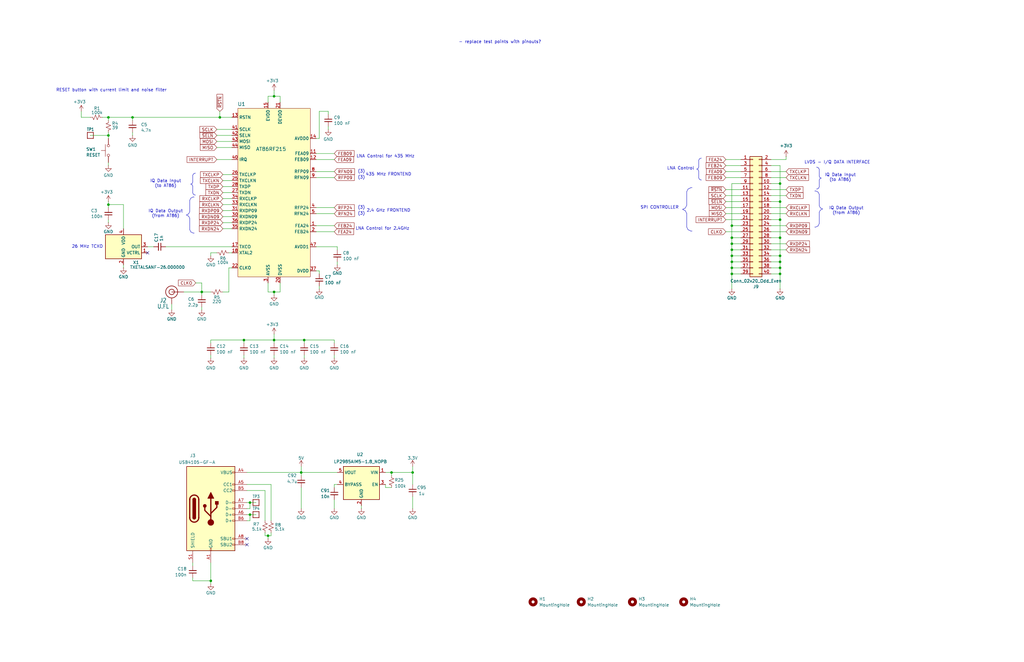
<source format=kicad_sch>
(kicad_sch (version 20250114) (generator "eeschema") (generator_version "9.0")
  (paper "B")
  (title_block (title "OreSat AT86RF215 Evaluation Board") (date "2025-12-16") (rev "1.0") (company "Portland State Aerospace Society"))
  (text "RESET button with current limit and noise filter" (at 46.99 38.1 0) (effects (font (size 1.27 1.27))))
  (text "}\n" (at 345.44 74.93 0) (effects (font (size 6 6))))
  (text "LNA Control" (at 287.02 71.12 0) (effects (font (size 1.27 1.27))))
  (text "(3)" (at 152.4 90.17 0) (effects (font (size 1.27 1.27))))
  (text "{" (at 289.56 87.63 0) (effects (font (size 12 12))))
  (text "{" (at 80.01 90.17 0) (effects (font (size 10 10))))
  (text "SPI CONTROLLER" (at 278.13 87.63 0) (effects (font (size 1.27 1.27))))
  (text "{" (at 294.64 71.12 0) (effects (font (size 6 6))))
  (text "26 MHz TCXO" (at 36.83 104.14 0) (effects (font (size 1.27 1.27))))
  (text "IQ Data Output\n(from AT86)" (at 69.85 90.17 0) (effects (font (size 1.27 1.27))))
  (text "IQ Data Input\n(to AT86)" (at 354.33 74.93 0) (effects (font (size 1.27 1.27))))
  (text "IQ Data Output\n(from AT86)" (at 356.87 88.9 0) (effects (font (size 1.27 1.27))))
  (text "LVDS - I/Q DATA INTERFACE" (at 353.06 68.58 0) (effects (font (size 1.27 1.27))))
  (text "(3)" (at 152.4 72.39 0) (effects (font (size 1.27 1.27))))
  (text "LNA Control for 2.4GHz" (at 161.29 96.52 0) (effects (font (size 1.27 1.27))))
  (text "(3)" (at 152.4 87.63 0) (effects (font (size 1.27 1.27))))
  (text "LNA Control for 435 MHz" (at 162.56 66.04 0) (effects (font (size 1.27 1.27))))
  (text "2.4 GHz FRONTEND" (at 163.83 88.9 0) (effects (font (size 1.27 1.27))))
  (text "}" (at 345.44 87.63 0) (effects (font (size 10 10))))
  (text "- replace test points with pinouts?" (at 210.82 17.78 0) (effects (font (size 1.27 1.27))))
  (text "(3)" (at 152.4 74.93 0) (effects (font (size 1.27 1.27))))
  (text "IQ Data Input\n(to AT86)" (at 69.85 77.47 0) (effects (font (size 1.27 1.27))))
  (text "{" (at 81.28 77.47 0) (effects (font (size 6 6))))
  (text "435 MHz FRONTEND" (at 163.83 73.66 0) (effects (font (size 1.27 1.27))))
  (junction (at 173.99 199.39))
  (junction (at 45.72 49.53))
  (junction (at 328.93 110.49))
  (junction (at 308.61 107.95))
  (junction (at 55.88 49.53))
  (junction (at 115.57 123.19))
  (junction (at 92.71 49.53))
  (junction (at 308.61 100.33))
  (junction (at 328.93 100.33))
  (junction (at 45.72 86.36))
  (junction (at 308.61 102.87))
  (junction (at 328.93 77.47))
  (junction (at 105.41 212.09))
  (junction (at 308.61 115.57))
  (junction (at 88.9 245.11))
  (junction (at 115.57 143.51))
  (junction (at 127 199.39))
  (junction (at 165.1 199.39))
  (junction (at 113.03 226.06))
  (junction (at 328.93 85.09))
  (junction (at 328.93 115.57))
  (junction (at 85.09 123.19))
  (junction (at 105.41 217.17))
  (junction (at 45.72 57.15))
  (junction (at 308.61 105.41))
  (junction (at 102.87 143.51))
  (junction (at 308.61 113.03))
  (junction (at 128.27 143.51))
  (junction (at 308.61 110.49))
  (junction (at 328.93 113.03))
  (junction (at 115.57 40.64))
  (junction (at 328.93 107.95))
  (junction (at 308.61 95.25))
  (junction (at 328.93 92.71))
  (no_connect (at 104.14 227.33))
  (no_connect (at 62.23 106.68))
  (no_connect (at 104.14 229.87))
  (wire (pts (xy 138.43 46.99) (xy 134.62 46.99)))
  (wire (pts (xy 328.93 107.95) (xy 328.93 110.49)))
  (wire (pts (xy 140.97 67.31) (xy 133.35 67.31)))
  (wire (pts (xy 308.61 113.03) (xy 308.61 110.49)))
  (wire (pts (xy 306.07 87.63) (xy 312.42 87.63)))
  (wire (pts (xy 165.1 200.66) (xy 165.1 199.39)))
  (wire (pts (xy 142.24 110.49) (xy 142.24 111.76)))
  (wire (pts (xy 162.56 205.74) (xy 165.1 205.74)))
  (wire (pts (xy 328.93 121.92) (xy 328.93 115.57)))
  (wire (pts (xy 325.12 95.25) (xy 331.47 95.25)))
  (wire (pts (xy 127 196.85) (xy 127 199.39)))
  (wire (pts (xy 308.61 102.87) (xy 312.42 102.87)))
  (wire (pts (xy 306.07 67.31) (xy 312.42 67.31)))
  (wire (pts (xy 306.07 69.85) (xy 312.42 69.85)))
  (wire (pts (xy 52.07 111.76) (xy 52.07 113.03)))
  (wire (pts (xy 308.61 107.95) (xy 308.61 105.41)))
  (wire (pts (xy 328.93 69.85) (xy 325.12 69.85)))
  (wire (pts (xy 88.9 149.86) (xy 88.9 151.13)))
  (wire (pts (xy 104.14 219.71) (xy 105.41 219.71)))
  (wire (pts (xy 45.72 85.09) (xy 45.72 86.36)))
  (wire (pts (xy 328.93 110.49) (xy 328.93 113.03)))
  (wire (pts (xy 91.44 54.61) (xy 97.79 54.61)))
  (wire (pts (xy 308.61 110.49) (xy 308.61 107.95)))
  (wire (pts (xy 306.07 80.01) (xy 312.42 80.01)))
  (wire (pts (xy 105.41 217.17) (xy 107.95 217.17)))
  (wire (pts (xy 72.39 128.27) (xy 72.39 130.81)))
  (wire (pts (xy 69.85 104.14) (xy 97.79 104.14)))
  (wire (pts (xy 325.12 80.01) (xy 331.47 80.01)))
  (wire (pts (xy 115.57 143.51) (xy 115.57 144.78)))
  (wire (pts (xy 111.76 226.06) (xy 113.03 226.06)))
  (wire (pts (xy 105.41 219.71) (xy 105.41 217.17)))
  (wire (pts (xy 45.72 68.58) (xy 45.72 69.85)))
  (wire (pts (xy 133.35 114.3) (xy 134.62 114.3)))
  (wire (pts (xy 308.61 105.41) (xy 312.42 105.41)))
  (wire (pts (xy 165.1 199.39) (xy 173.99 199.39)))
  (wire (pts (xy 91.44 67.31) (xy 97.79 67.31)))
  (wire (pts (xy 325.12 72.39) (xy 331.47 72.39)))
  (wire (pts (xy 173.99 199.39) (xy 173.99 204.47)))
  (wire (pts (xy 115.57 140.97) (xy 115.57 143.51)))
  (wire (pts (xy 308.61 110.49) (xy 312.42 110.49)))
  (wire (pts (xy 93.98 93.98) (xy 97.79 93.98)))
  (wire (pts (xy 325.12 92.71) (xy 328.93 92.71)))
  (wire (pts (xy 325.12 105.41) (xy 331.47 105.41)))
  (wire (pts (xy 93.98 78.74) (xy 97.79 78.74)))
  (wire (pts (xy 118.11 43.18) (xy 118.11 40.64)))
  (wire (pts (xy 115.57 143.51) (xy 128.27 143.51)))
  (wire (pts (xy 308.61 105.41) (xy 308.61 102.87)))
  (wire (pts (xy 85.09 123.19) (xy 88.9 123.19)))
  (wire (pts (xy 104.14 204.47) (xy 114.3 204.47)))
  (wire (pts (xy 142.24 104.14) (xy 142.24 105.41)))
  (wire (pts (xy 306.07 72.39) (xy 312.42 72.39)))
  (wire (pts (xy 308.61 113.03) (xy 312.42 113.03)))
  (wire (pts (xy 104.14 199.39) (xy 127 199.39)))
  (wire (pts (xy 81.28 237.49) (xy 81.28 238.76)))
  (wire (pts (xy 111.76 224.79) (xy 111.76 226.06)))
  (wire (pts (xy 127 199.39) (xy 127 200.66)))
  (wire (pts (xy 325.12 110.49) (xy 328.93 110.49)))
  (wire (pts (xy 165.1 199.39) (xy 162.56 199.39)))
  (wire (pts (xy 325.12 74.93) (xy 331.47 74.93)))
  (wire (pts (xy 140.97 149.86) (xy 140.97 151.13)))
  (wire (pts (xy 133.35 97.79) (xy 140.97 97.79)))
  (wire (pts (xy 93.98 88.9) (xy 97.79 88.9)))
  (wire (pts (xy 325.12 102.87) (xy 331.47 102.87)))
  (wire (pts (xy 91.44 62.23) (xy 97.79 62.23)))
  (wire (pts (xy 128.27 143.51) (xy 128.27 144.78)))
  (wire (pts (xy 138.43 46.99) (xy 138.43 48.26)))
  (wire (pts (xy 133.35 58.42) (xy 134.62 58.42)))
  (wire (pts (xy 140.97 204.47) (xy 140.97 205.74)))
  (wire (pts (xy 306.07 74.93) (xy 312.42 74.93)))
  (wire (pts (xy 45.72 86.36) (xy 52.07 86.36)))
  (wire (pts (xy 55.88 49.53) (xy 92.71 49.53)))
  (wire (pts (xy 115.57 40.64) (xy 118.11 40.64)))
  (wire (pts (xy 134.62 120.65) (xy 134.62 121.92)))
  (wire (pts (xy 142.24 199.39) (xy 127 199.39)))
  (wire (pts (xy 104.14 214.63) (xy 105.41 214.63)))
  (wire (pts (xy 140.97 90.17) (xy 133.35 90.17)))
  (wire (pts (xy 152.4 213.36) (xy 152.4 214.63)))
  (wire (pts (xy 55.88 49.53) (xy 55.88 50.8)))
  (wire (pts (xy 92.71 46.99) (xy 92.71 49.53)))
  (wire (pts (xy 93.98 83.82) (xy 97.79 83.82)))
  (wire (pts (xy 85.09 119.38) (xy 85.09 123.19)))
  (wire (pts (xy 140.97 64.77) (xy 133.35 64.77)))
  (wire (pts (xy 308.61 102.87) (xy 308.61 100.33)))
  (wire (pts (xy 328.93 100.33) (xy 328.93 107.95)))
  (wire (pts (xy 45.72 57.15) (xy 45.72 58.42)))
  (wire (pts (xy 328.93 92.71) (xy 328.93 100.33)))
  (wire (pts (xy 140.97 87.63) (xy 133.35 87.63)))
  (wire (pts (xy 111.76 207.01) (xy 111.76 219.71)))
  (wire (pts (xy 325.12 67.31) (xy 331.47 67.31)))
  (wire (pts (xy 91.44 57.15) (xy 97.79 57.15)))
  (wire (pts (xy 105.41 212.09) (xy 107.95 212.09)))
  (wire (pts (xy 34.29 49.53) (xy 38.1 49.53)))
  (wire (pts (xy 82.55 119.38) (xy 85.09 119.38)))
  (wire (pts (xy 325.12 77.47) (xy 328.93 77.47)))
  (wire (pts (xy 328.93 69.85) (xy 328.93 77.47)))
  (wire (pts (xy 93.98 81.28) (xy 97.79 81.28)))
  (wire (pts (xy 140.97 210.82) (xy 140.97 214.63)))
  (wire (pts (xy 308.61 100.33) (xy 312.42 100.33)))
  (wire (pts (xy 93.98 123.19) (xy 96.52 123.19)))
  (wire (pts (xy 45.72 49.53) (xy 55.88 49.53)))
  (wire (pts (xy 105.41 214.63) (xy 105.41 212.09)))
  (wire (pts (xy 113.03 43.18) (xy 113.03 40.64)))
  (wire (pts (xy 328.93 113.03) (xy 328.93 115.57)))
  (wire (pts (xy 85.09 123.19) (xy 85.09 124.46)))
  (wire (pts (xy 115.57 123.19) (xy 118.11 123.19)))
  (wire (pts (xy 93.98 73.66) (xy 97.79 73.66)))
  (wire (pts (xy 114.3 224.79) (xy 114.3 226.06)))
  (wire (pts (xy 115.57 40.64) (xy 115.57 38.1)))
  (wire (pts (xy 134.62 46.99) (xy 134.62 58.42)))
  (wire (pts (xy 113.03 40.64) (xy 115.57 40.64)))
  (wire (pts (xy 173.99 196.85) (xy 173.99 199.39)))
  (wire (pts (xy 115.57 149.86) (xy 115.57 151.13)))
  (wire (pts (xy 88.9 143.51) (xy 88.9 144.78)))
  (wire (pts (xy 45.72 55.88) (xy 45.72 57.15)))
  (wire (pts (xy 133.35 104.14) (xy 142.24 104.14)))
  (wire (pts (xy 77.47 123.19) (xy 85.09 123.19)))
  (wire (pts (xy 325.12 113.03) (xy 328.93 113.03)))
  (wire (pts (xy 102.87 149.86) (xy 102.87 151.13)))
  (wire (pts (xy 133.35 95.25) (xy 140.97 95.25)))
  (wire (pts (xy 306.07 82.55) (xy 312.42 82.55)))
  (wire (pts (xy 104.14 212.09) (xy 105.41 212.09)))
  (wire (pts (xy 96.52 113.03) (xy 96.52 123.19)))
  (wire (pts (xy 113.03 119.38) (xy 113.03 123.19)))
  (wire (pts (xy 45.72 49.53) (xy 45.72 50.8)))
  (wire (pts (xy 88.9 106.68) (xy 91.44 106.68)))
  (wire (pts (xy 88.9 237.49) (xy 88.9 245.11)))
  (wire (pts (xy 328.93 77.47) (xy 328.93 85.09)))
  (wire (pts (xy 62.23 104.14) (xy 64.77 104.14)))
  (wire (pts (xy 102.87 143.51) (xy 115.57 143.51)))
  (wire (pts (xy 128.27 143.51) (xy 140.97 143.51)))
  (wire (pts (xy 93.98 91.44) (xy 97.79 91.44)))
  (wire (pts (xy 306.07 85.09) (xy 312.42 85.09)))
  (wire (pts (xy 325.12 85.09) (xy 328.93 85.09)))
  (wire (pts (xy 138.43 53.34) (xy 138.43 54.61)))
  (wire (pts (xy 88.9 143.51) (xy 102.87 143.51)))
  (wire (pts (xy 104.14 207.01) (xy 111.76 207.01)))
  (wire (pts (xy 91.44 59.69) (xy 97.79 59.69)))
  (wire (pts (xy 331.47 67.31) (xy 331.47 66.04)))
  (wire (pts (xy 140.97 72.39) (xy 133.35 72.39)))
  (wire (pts (xy 142.24 204.47) (xy 140.97 204.47)))
  (wire (pts (xy 85.09 129.54) (xy 85.09 130.81)))
  (wire (pts (xy 325.12 100.33) (xy 328.93 100.33)))
  (wire (pts (xy 88.9 106.68) (xy 88.9 107.95)))
  (wire (pts (xy 173.99 209.55) (xy 173.99 214.63)))
  (wire (pts (xy 113.03 226.06) (xy 114.3 226.06)))
  (wire (pts (xy 308.61 77.47) (xy 308.61 95.25)))
  (wire (pts (xy 113.03 123.19) (xy 115.57 123.19)))
  (wire (pts (xy 96.52 113.03) (xy 97.79 113.03)))
  (wire (pts (xy 308.61 115.57) (xy 312.42 115.57)))
  (wire (pts (xy 113.03 226.06) (xy 113.03 227.33)))
  (wire (pts (xy 52.07 96.52) (xy 52.07 86.36)))
  (wire (pts (xy 308.61 115.57) (xy 308.61 113.03)))
  (wire (pts (xy 38.1 57.15) (xy 45.72 57.15)))
  (wire (pts (xy 325.12 87.63) (xy 331.47 87.63)))
  (wire (pts (xy 325.12 107.95) (xy 328.93 107.95)))
  (wire (pts (xy 93.98 76.2) (xy 97.79 76.2)))
  (wire (pts (xy 88.9 246.38) (xy 88.9 245.11)))
  (wire (pts (xy 127 205.74) (xy 127 214.63)))
  (wire (pts (xy 118.11 119.38) (xy 118.11 123.19)))
  (wire (pts (xy 162.56 204.47) (xy 162.56 205.74)))
  (wire (pts (xy 328.93 115.57) (xy 325.12 115.57)))
  (wire (pts (xy 308.61 107.95) (xy 312.42 107.95)))
  (wire (pts (xy 34.29 46.99) (xy 34.29 49.53)))
  (wire (pts (xy 81.28 243.84) (xy 81.28 245.11)))
  (wire (pts (xy 45.72 86.36) (xy 45.72 87.63)))
  (wire (pts (xy 308.61 95.25) (xy 312.42 95.25)))
  (wire (pts (xy 306.07 97.79) (xy 312.42 97.79)))
  (wire (pts (xy 325.12 82.55) (xy 331.47 82.55)))
  (wire (pts (xy 96.52 106.68) (xy 97.79 106.68)))
  (wire (pts (xy 104.14 217.17) (xy 105.41 217.17)))
  (wire (pts (xy 43.18 49.53) (xy 45.72 49.53)))
  (wire (pts (xy 328.93 85.09) (xy 328.93 92.71)))
  (wire (pts (xy 93.98 96.52) (xy 97.79 96.52)))
  (wire (pts (xy 140.97 74.93) (xy 133.35 74.93)))
  (wire (pts (xy 308.61 95.25) (xy 308.61 100.33)))
  (wire (pts (xy 115.57 123.19) (xy 115.57 124.46)))
  (wire (pts (xy 312.42 77.47) (xy 308.61 77.47)))
  (wire (pts (xy 93.98 86.36) (xy 97.79 86.36)))
  (wire (pts (xy 306.07 92.71) (xy 312.42 92.71)))
  (wire (pts (xy 134.62 114.3) (xy 134.62 115.57)))
  (wire (pts (xy 308.61 121.92) (xy 308.61 115.57)))
  (wire (pts (xy 306.07 90.17) (xy 312.42 90.17)))
  (wire (pts (xy 325.12 90.17) (xy 331.47 90.17)))
  (wire (pts (xy 128.27 149.86) (xy 128.27 151.13)))
  (wire (pts (xy 81.28 245.11) (xy 88.9 245.11)))
  (wire (pts (xy 325.12 97.79) (xy 331.47 97.79)))
  (wire (pts (xy 114.3 204.47) (xy 114.3 219.71)))
  (wire (pts (xy 140.97 143.51) (xy 140.97 144.78)))
  (wire (pts (xy 102.87 143.51) (xy 102.87 144.78)))
  (wire (pts (xy 92.71 49.53) (xy 97.79 49.53)))
  (wire (pts (xy 55.88 55.88) (xy 55.88 57.15)))
  (wire (pts (xy 45.72 92.71) (xy 45.72 93.98)))
  (global_label "RXDN09" (shape input) (at 93.98 91.44 180) (property "Intersheetrefs" "${INTERSHEET_REFS}" (effects (hide yes))))
  (global_label "RFN24" (shape input) (at 140.97 90.17 0) (property "Intersheetrefs" "${INTERSHEET_REFS}" (effects (hide yes))))
  (global_label "TXDN" (shape input) (at 331.47 82.55 0) (property "Intersheetrefs" "${INTERSHEET_REFS}" (effects (hide yes))))
  (global_label "TXDN" (shape input) (at 93.98 81.28 180) (property "Intersheetrefs" "${INTERSHEET_REFS}" (effects (hide yes))))
  (global_label "FEA24" (shape input) (at 306.07 67.31 180) (property "Intersheetrefs" "${INTERSHEET_REFS}" (effects (hide yes))))
  (global_label "MISO" (shape input) (at 306.07 90.17 180) (property "Intersheetrefs" "${INTERSHEET_REFS}" (effects (hide yes))))
  (global_label "RXCLKN" (shape input) (at 331.47 90.17 0) (property "Intersheetrefs" "${INTERSHEET_REFS}" (effects (hide yes))))
  (global_label "FEA09" (shape input) (at 306.07 72.39 180) (property "Intersheetrefs" "${INTERSHEET_REFS}" (effects (hide yes))))
  (global_label "TXCLKP" (shape input) (at 93.98 73.66 180) (property "Intersheetrefs" "${INTERSHEET_REFS}" (effects (hide yes))))
  (global_label "MISO" (shape input) (at 91.44 62.23 180) (property "Intersheetrefs" "${INTERSHEET_REFS}" (effects (hide yes))))
  (global_label "TXDP" (shape input) (at 93.98 78.74 180) (property "Intersheetrefs" "${INTERSHEET_REFS}" (effects (hide yes))))
  (global_label "RFP09" (shape input) (at 140.97 74.93 0) (property "Intersheetrefs" "${INTERSHEET_REFS}" (effects (hide yes))))
  (global_label "TXCLKP" (shape input) (at 331.47 72.39 0) (property "Intersheetrefs" "${INTERSHEET_REFS}" (effects (hide yes))))
  (global_label "RXDP09" (shape input) (at 93.98 88.9 180) (property "Intersheetrefs" "${INTERSHEET_REFS}" (effects (hide yes))))
  (global_label "RFP24" (shape input) (at 140.97 87.63 0) (property "Intersheetrefs" "${INTERSHEET_REFS}" (effects (hide yes))))
  (global_label "FEB09" (shape input) (at 140.97 64.77 0) (property "Intersheetrefs" "${INTERSHEET_REFS}" (effects (hide yes))))
  (global_label "~{RSTN}" (shape input) (at 92.71 46.99 90) (property "Intersheetrefs" "${INTERSHEET_REFS}" (effects (hide yes))))
  (global_label "RXDN09" (shape input) (at 331.47 97.79 0) (property "Intersheetrefs" "${INTERSHEET_REFS}" (effects (hide yes))))
  (global_label "SCLK" (shape input) (at 306.07 82.55 180) (property "Intersheetrefs" "${INTERSHEET_REFS}" (effects (hide yes))))
  (global_label "RFN09" (shape input) (at 140.97 72.39 0) (property "Intersheetrefs" "${INTERSHEET_REFS}" (effects (hide yes))))
  (global_label "TXDP" (shape input) (at 331.47 80.01 0) (property "Intersheetrefs" "${INTERSHEET_REFS}" (effects (hide yes))))
  (global_label "FEB24" (shape input) (at 140.97 95.25 0) (property "Intersheetrefs" "${INTERSHEET_REFS}" (effects (hide yes))))
  (global_label "~{SELN}" (shape input) (at 306.07 85.09 180) (property "Intersheetrefs" "${INTERSHEET_REFS}" (effects (hide yes))))
  (global_label "FEB09" (shape input) (at 306.07 74.93 180) (property "Intersheetrefs" "${INTERSHEET_REFS}" (effects (hide yes))))
  (global_label "RXDN24" (shape input) (at 93.98 96.52 180) (property "Intersheetrefs" "${INTERSHEET_REFS}" (effects (hide yes))))
  (global_label "SCLK" (shape input) (at 91.44 54.61 180) (property "Intersheetrefs" "${INTERSHEET_REFS}" (effects (hide yes))))
  (global_label "RXCLKP" (shape input) (at 331.47 87.63 0) (property "Intersheetrefs" "${INTERSHEET_REFS}" (effects (hide yes))))
  (global_label "MOSI" (shape input) (at 91.44 59.69 180) (property "Intersheetrefs" "${INTERSHEET_REFS}" (effects (hide yes))))
  (global_label "RXDP09" (shape input) (at 331.47 95.25 0) (property "Intersheetrefs" "${INTERSHEET_REFS}" (effects (hide yes))))
  (global_label "TXCLKN" (shape input) (at 331.47 74.93 0) (property "Intersheetrefs" "${INTERSHEET_REFS}" (effects (hide yes))))
  (global_label "FEA24" (shape input) (at 140.97 97.79 0) (property "Intersheetrefs" "${INTERSHEET_REFS}" (effects (hide yes))))
  (global_label "FEB24" (shape input) (at 306.07 69.85 180) (property "Intersheetrefs" "${INTERSHEET_REFS}" (effects (hide yes))))
  (global_label "RXCLKN" (shape input) (at 93.98 86.36 180) (property "Intersheetrefs" "${INTERSHEET_REFS}" (effects (hide yes))))
  (global_label "INTERRUPT" (shape input) (at 306.07 92.71 180) (property "Intersheetrefs" "${INTERSHEET_REFS}" (effects (hide yes))))
  (global_label "INTERRUPT" (shape input) (at 91.44 67.31 180) (property "Intersheetrefs" "${INTERSHEET_REFS}" (effects (hide yes))))
  (global_label "CLKO" (shape input) (at 82.55 119.38 180) (property "Intersheetrefs" "${INTERSHEET_REFS}" (effects (hide yes))))
  (global_label "MOSI" (shape input) (at 306.07 87.63 180) (property "Intersheetrefs" "${INTERSHEET_REFS}" (effects (hide yes))))
  (global_label "RXDP24" (shape input) (at 93.98 93.98 180) (property "Intersheetrefs" "${INTERSHEET_REFS}" (effects (hide yes))))
  (global_label "TXCLKN" (shape input) (at 93.98 76.2 180) (property "Intersheetrefs" "${INTERSHEET_REFS}" (effects (hide yes))))
  (global_label "RXCLKP" (shape input) (at 93.98 83.82 180) (property "Intersheetrefs" "${INTERSHEET_REFS}" (effects (hide yes))))
  (global_label "FEA09" (shape input) (at 140.97 67.31 0) (property "Intersheetrefs" "${INTERSHEET_REFS}" (effects (hide yes))))
  (global_label "RXDP24" (shape input) (at 331.47 102.87 0) (property "Intersheetrefs" "${INTERSHEET_REFS}" (effects (hide yes))))
  (global_label "CLKO" (shape input) (at 306.07 97.79 180) (property "Intersheetrefs" "${INTERSHEET_REFS}" (effects (hide yes))))
  (global_label "~{RSTN}" (shape input) (at 306.07 80.01 180) (property "Intersheetrefs" "${INTERSHEET_REFS}" (effects (hide yes))))
  (global_label "~{SELN}" (shape input) (at 91.44 57.15 180) (property "Intersheetrefs" "${INTERSHEET_REFS}" (effects (hide yes))))
  (global_label "RXDN24" (shape input) (at 331.47 105.41 0) (property "Intersheetrefs" "${INTERSHEET_REFS}" (effects (hide yes))))
  (symbol (lib_id "power:GND") (at 88.9 107.95 0) (unit 1)
    (property "Reference" "#PWR020" (effects (hide yes)))
    (property "Value" "GND" (at 88.9 111.76 0))
    (property "Description" "Power symbol creates a global label with name \"GND\" , ground" (effects (hide yes)))
  )
  (symbol (lib_id "oresat-power:3.3V") (at 173.99 196.85 0) (unit 1)
    (property "Reference" "#3V01" (effects (hide yes)))
    (property "Value" "3.3V" (at 173.99 193.294 0))
    (property "Description" "Power symbol creates a global label with name \"3.3V\"" (effects (hide yes)))
  )
  (symbol (lib_id "power:GND") (at 127 214.63 0) (mirror y) (unit 1)
    (property "Reference" "#PWR0229" (effects (hide yes)))
    (property "Value" "GND" (at 127 218.44 0))
    (property "Description" "Power symbol creates a global label with name \"GND\" , ground" (effects (hide yes)))
  )
  (symbol (lib_id "power:+3V3") (at 45.72 85.09 0) (mirror y) (unit 1)
    (property "Reference" "#PWR07" (effects (hide yes)))
    (property "Value" "+3V3" (at 44.958 81.026 0))
    (property "Description" "Power symbol creates a global label with name \"+3V3\"" (effects (hide yes)))
  )
  (symbol (lib_id "power:GND") (at 55.88 57.15 0) (mirror y) (unit 1)
    (property "Reference" "#PWR09" (effects (hide yes)))
    (property "Value" "GND" (at 55.88 61.2831 0))
    (property "Description" "Power symbol creates a global label with name \"GND\" , ground" (effects (hide yes)))
  )
  (symbol (lib_id "Device:C_Small") (at 127 203.2 0) (mirror y) (unit 1)
    (property "Reference" "C92" (at 123.19 200.66 0))
    (property "Value" "4.7u" (at 123.19 203.2 0))
    (property "Footprint" "Capacitor_SMD:C_0603_1608Metric" (effects (hide yes)))
    (property "Description" "4.7µF ±10% 16V Ceramic Capacitor X5R 0603 (1608 Metric)" (effects (hide yes)))
    (property "DPN" "1276-1784-1-ND" (effects (hide yes)))
    (property "DST" "Digi-Key" (effects (hide yes)))
    (property "MFR" "Samsung Electro-Mechanics" (effects (hide yes)))
    (property "MPN" "CL10A475KO8NNNC" (effects (hide yes)))
  )
  (symbol (lib_id "oresat-power:5V") (at 127 196.85 0) (unit 1)
    (property "Reference" "#5V01" (effects (hide yes)))
    (property "Value" "5V" (at 127 193.294 0))
    (property "Description" "Power symbol creates a global label with name \"+5V\"" (effects (hide yes)))
  )
  (symbol (lib_id "power:+3V3") (at 115.57 140.97 0) (mirror y) (unit 1)
    (property "Reference" "#PWR022" (effects (hide yes)))
    (property "Value" "+3V3" (at 114.808 136.906 0))
    (property "Description" "Power symbol creates a global label with name \"+3V3\"" (effects (hide yes)))
  )
  (symbol (lib_id "Device:C_Small") (at 81.28 241.3 0) (mirror x) (unit 1)
    (property "Reference" "C18" (at 78.74 240.0235 0) (effects (justify right)))
    (property "Value" "100n" (at 78.74 242.5635 0) (effects (justify right)))
    (property "Footprint" "oresat-passives:0603-C-NOSILK" (effects (hide yes)))
    (property "Datasheet" "https://mm.digikey.com/Volume0/opasdata/d220001/medias/docus/1068/TMK107BJ104KAHT_SS.pdf" (effects (hide yes)))
    (property "Description" "100 nF (0.1µF) ±10% 25V Ceramic Capacitor X5R 0603 (1608 Metric)" (effects (hide yes)))
    (property "DIS" "DigiKey" (effects (hide yes)))
    (property "DPN" "587-3472-1-ND" (effects (hide yes)))
    (property "MFR" "Taiyo Yuden" (effects (hide yes)))
    (property "MPN" "TMK107BJ104KAHT" (effects (hide yes)))
  )
  (symbol (lib_id "Device:R_Small_US") (at 165.1 203.2 0) (unit 1)
    (property "Reference" "R25" (at 166.37 202.565 0) (effects (justify left)))
    (property "Value" "100k" (at 166.37 205.105 0) (effects (justify left)))
    (property "Footprint" "Resistor_SMD:R_0603_1608Metric" (effects (hide yes)))
    (property "Description" "100 kOhms ±5% 0.1W, 1/10W Chip Resistor 0603 (1608 Metric) Automotive AEC-Q200 Thick Film" (effects (hide yes)))
    (property "DPN" "RMCF0603FT100KCT-ND" (effects (hide yes)))
    (property "DST" "Digi-Key" (effects (hide yes)))
    (property "MFR" "Stackpole Electronics Inc" (effects (hide yes)))
    (property "MPN" "RMCF0603FT100K" (effects (hide yes)))
  )
  (symbol (lib_id "Mechanical:MountingHole") (at 288.29 254 0) (unit 1) (in_bom no)
    (property "Reference" "H4" (at 290.83 252.7299 0) (effects (justify left)))
    (property "Value" "MountingHole" (at 290.83 255.2699 0) (effects (justify left)))
    (property "Footprint" "oresat-misc:M2-Press-Fit-Nut" (effects (hide yes)))
    (property "Description" "Mounting Hole without connection" (effects (hide yes)))
  )
  (symbol (lib_id "power:+3V3") (at 331.47 66.04 0) (mirror y) (unit 1)
    (property "Reference" "#PWR030" (effects (hide yes)))
    (property "Value" "+3V3" (at 331.47 61.468 0))
    (property "Description" "Power symbol creates a global label with name \"+3V3\"" (effects (hide yes)))
  )
  (symbol (lib_id "Connector_Generic:Conn_02x20_Odd_Even") (at 317.5 90.17 0) (unit 1)
    (property "Reference" "J9" (at 318.77 120.9845 0))
    (property "Value" "Conn_02x20_Odd_Even" (at 318.77 118.5602 0))
    (property "Footprint" "Connector_PinHeader_2.54mm:PinHeader_2x20_P2.54mm_Vertical" (effects (hide yes)))
    (property "Datasheet" "https://app.adam-tech.com/products/download/data_sheet/202065/ph2-xx-ua-data-sheet.pdf" (effects (hide yes)))
    (property "Description" "Connector Header Through Hole 20 position 0.100\" (2.54mm)" (effects (hide yes)))
    (property "MFR" "Adam Tech" (effects (hide yes)))
    (property "MPN" "PH2-20-UA" (effects (hide yes)))
    (property "DIS" "DigiKey" (effects (hide yes)))
    (property "DPN" "2057-PH2-20-UA-ND" (effects (hide yes)))
  )
  (symbol (lib_id "Device:C_Small") (at 134.62 118.11 0) (mirror y) (unit 1)
    (property "Reference" "C7" (at 136.9441 116.9041 0) (effects (justify right)))
    (property "Value" "100 nF" (at 136.9441 119.3284 0) (effects (justify right)))
    (property "Footprint" "Capacitor_SMD:C_0603_1608Metric" (effects (hide yes)))
    (property "Description" "Unpolarized capacitor, small symbol" (effects (hide yes)))
  )
  (symbol (lib_id "power:GND") (at 173.99 214.63 0) (mirror y) (unit 1)
    (property "Reference" "#PWR0231" (effects (hide yes)))
    (property "Value" "GND" (at 173.99 218.44 0))
    (property "Description" "Power symbol creates a global label with name \"GND\" , ground" (effects (hide yes)))
  )
  (symbol (lib_id "power:GND") (at 328.93 121.92 0) (mirror y) (unit 1)
    (property "Reference" "#PWR018" (effects (hide yes)))
    (property "Value" "GND" (at 328.93 125.73 0))
    (property "Description" "Power symbol creates a global label with name \"GND\" , ground" (effects (hide yes)))
  )
  (symbol (lib_id "power:+3V3") (at 115.57 38.1 0) (mirror y) (unit 1)
    (property "Reference" "#PWR013" (effects (hide yes)))
    (property "Value" "+3V3" (at 114.808 34.036 0))
    (property "Description" "Power symbol creates a global label with name \"+3V3\"" (effects (hide yes)))
  )
  (symbol (lib_id "power:GND") (at 115.57 151.13 0) (mirror y) (unit 1)
    (property "Reference" "#PWR023" (effects (hide yes)))
    (property "Value" "GND" (at 115.57 155.2631 0))
    (property "Description" "Power symbol creates a global label with name \"GND\" , ground" (effects (hide yes)))
  )
  (symbol (lib_id "power:GND") (at 152.4 214.63 0) (mirror y) (unit 1)
    (property "Reference" "#PWR0230" (effects (hide yes)))
    (property "Value" "GND" (at 152.4 218.44 0))
    (property "Description" "Power symbol creates a global label with name \"GND\" , ground" (effects (hide yes)))
  )
  (symbol (lib_id "power:GND") (at 138.43 54.61 0) (mirror y) (unit 1)
    (property "Reference" "#PWR017" (effects (hide yes)))
    (property "Value" "GND" (at 138.43 58.7431 0))
    (property "Description" "Power symbol creates a global label with name \"GND\" , ground" (effects (hide yes)))
  )
  (symbol (lib_id "Mechanical:MountingHole") (at 266.7 254 0) (unit 1) (in_bom no)
    (property "Reference" "H3" (at 269.24 252.7299 0) (effects (justify left)))
    (property "Value" "MountingHole" (at 269.24 255.2699 0) (effects (justify left)))
    (property "Footprint" "oresat-misc:M2-Press-Fit-Nut" (effects (hide yes)))
    (property "Description" "Mounting Hole without connection" (effects (hide yes)))
  )
  (symbol (lib_id "Connector:USB_C_Receptacle_USB2.0_16P") (at 88.9 214.63 0) (unit 1)
    (property "Reference" "J3" (at 81.28 192.278 0))
    (property "Value" "USB4105-GF-A" (at 83.058 195.072 0))
    (property "Footprint" "Connector_USB:USB_C_Receptacle_Palconn_UTC16-G" (effects (hide yes)))
    (property "Datasheet" "https://www.usb.org/sites/default/files/documents/usb_type-c.zip" (effects (hide yes)))
    (property "Description" "USB-C (USB TYPE-C) USB 2.0 Receptacle Connector 24 (16+8 Dummy) Position Surface Mount, Right Angle; Through Hole" (effects (hide yes)))
    (property "DIS" "DigiKey" (effects (hide yes)))
    (property "DPN" "2073-USB4105-GF-ACT-ND" (effects (hide yes)))
    (property "MFR" "GCT" (effects (hide yes)))
    (property "MPN" "USB4105-GF-A" (effects (hide yes)))
  )
  (symbol (lib_id "Device:C_Small") (at 115.57 147.32 0) (mirror y) (unit 1)
    (property "Reference" "C14" (at 117.8941 146.1141 0) (effects (justify right)))
    (property "Value" "100 nF" (at 117.8941 148.5384 0) (effects (justify right)))
    (property "Footprint" "Capacitor_SMD:C_0603_1608Metric" (effects (hide yes)))
    (property "Description" "Unpolarized capacitor, small symbol" (effects (hide yes)))
  )
  (symbol (lib_id "Device:R_Small_US") (at 114.3 222.25 0) (unit 1)
    (property "Reference" "R8" (at 115.824 221.488 0) (effects (justify left)))
    (property "Value" "5.1k" (at 115.824 223.266 0) (effects (justify left)))
    (property "Footprint" "oresat-passives:0603-C-NOSILK" (effects (hide yes)))
    (property "Datasheet" "https://www.seielect.com/catalog/SEI-RMCF_RMCP.pdf" (effects (hide yes)))
    (property "Description" "5.1 kOhms ±1% 0.1W, 1/10W Chip Resistor 0603 (1608 Metric) Automotive AEC-Q200 Thick Film" (effects (hide yes)))
    (property "DIS" "DigiKey" (effects (hide yes)))
    (property "DPN" "RMCF0603FT5K10CT-ND" (effects (hide yes)))
    (property "MFR" "Stackpole Electronics Inc" (effects (hide yes)))
    (property "MPN" "RMCF0603FT5K10" (effects (hide yes)))
  )
  (symbol (lib_id "oresat-ics:AT86RF215") (at 115.57 81.28 0) (unit 1)
    (property "Reference" "U1" (at 101.854 43.942 0) (effects (font (size 1.524 1.524))))
    (property "Value" "AT86RF215" (at 114.3 62.909 0) (effects (font (size 1.524 1.524))))
    (property "Footprint" "Package_DFN_QFN:QFN-48-1EP_7x7mm_P0.5mm_EP5.6x5.6mm" (effects (hide yes)))
    (property "Datasheet" "https://ww1.microchip.com/downloads/aemDocuments/documents/OTH/ProductDocuments/DataSheets/Atmel-42415-WIRELESS-AT86RF215_Datasheet.pdf" (effects (hide yes)))
  )
  (symbol (lib_id "oresat-misc:Test-Point-1mm-round") (at 107.95 212.09 0) (unit 1) (in_bom no)
    (property "Reference" "TP3" (at 106.426 209.55 0) (effects (font (size 1.27 1.0795)) (justify left)))
    (property "Footprint" "oresat-misc:TestPoint_Pad_D1.0mm" (effects (hide yes)))
    (property "Description" "1mm round SMT test point" (effects (hide yes)))
  )
  (symbol (lib_id "Device:C_Small") (at 102.87 147.32 0) (mirror y) (unit 1)
    (property "Reference" "C13" (at 105.1941 146.1141 0) (effects (justify right)))
    (property "Value" "100 nF" (at 105.1941 148.5384 0) (effects (justify right)))
    (property "Footprint" "Capacitor_SMD:C_0603_1608Metric" (effects (hide yes)))
    (property "Description" "Unpolarized capacitor, small symbol" (effects (hide yes)))
  )
  (symbol (lib_id "oresat-connectors:U.FL2PIN") (at 72.39 123.19 0) (unit 1)
    (property "Reference" "J2" (at 68.834 126.746 0) (effects (font (size 1.778 1.5113))))
    (property "Value" "U.FL" (at 68.834 129.286 0) (effects (font (size 1.778 1.5113))))
    (property "Footprint" "oresat-minusz-end-card:U.FL" (effects (hide yes)))
  )
  (symbol (lib_id "Device:R_Small_US") (at 111.76 222.25 0) (unit 1)
    (property "Reference" "R7" (at 106.68 221.234 0) (effects (justify left)))
    (property "Value" "5.1k" (at 106.172 223.266 0) (effects (justify left)))
    (property "Footprint" "oresat-passives:0603-C-NOSILK" (effects (hide yes)))
    (property "Datasheet" "https://www.seielect.com/catalog/SEI-RMCF_RMCP.pdf" (effects (hide yes)))
    (property "Description" "5.1 kOhms ±1% 0.1W, 1/10W Chip Resistor 0603 (1608 Metric) Automotive AEC-Q200 Thick Film" (effects (hide yes)))
    (property "DIS" "DigiKey" (effects (hide yes)))
    (property "DPN" "RMCF0603FT5K10CT-ND" (effects (hide yes)))
    (property "MFR" "Stackpole Electronics Inc" (effects (hide yes)))
    (property "MPN" "RMCF0603FT5K10" (effects (hide yes)))
  )
  (symbol (lib_id "Device:C_Small") (at 140.97 208.28 0) (mirror y) (unit 1)
    (property "Reference" "C91" (at 137.16 207.01 0))
    (property "Value" "10n" (at 137.16 209.55 0))
    (property "Footprint" "Capacitor_SMD:C_0603_1608Metric" (effects (hide yes)))
    (property "Description" "10 nF (10000pF) ±10% 50V Ceramic Capacitor X7R 0603 (1608 Metric)" (effects (hide yes)))
    (property "DPN" "399-14102-1-ND" (effects (hide yes)))
    (property "DST" "Digi-Key" (effects (hide yes)))
    (property "MFR" "KEMET" (effects (hide yes)))
    (property "MPN" "C0603C103J3GECAUTO" (effects (hide yes)))
  )
  (symbol (lib_id "power:GND") (at 134.62 121.92 0) (mirror y) (unit 1)
    (property "Reference" "#PWR015" (effects (hide yes)))
    (property "Value" "GND" (at 134.62 125.476 0))
    (property "Description" "Power symbol creates a global label with name \"GND\" , ground" (effects (hide yes)))
  )
  (symbol (lib_id "power:GND") (at 52.07 113.03 0) (unit 1)
    (property "Reference" "#PWR010" (effects (hide yes)))
    (property "Value" "GND" (at 52.07 116.84 0))
    (property "Description" "Power symbol creates a global label with name \"GND\" , ground" (effects (hide yes)))
  )
  (symbol (lib_id "Device:C_Small") (at 128.27 147.32 0) (mirror y) (unit 1)
    (property "Reference" "C15" (at 130.5941 146.1141 0) (effects (justify right)))
    (property "Value" "100 nF" (at 130.5941 148.5384 0) (effects (justify right)))
    (property "Footprint" "Capacitor_SMD:C_0603_1608Metric" (effects (hide yes)))
    (property "Description" "Unpolarized capacitor, small symbol" (effects (hide yes)))
  )
  (symbol (lib_id "Device:C_Small") (at 88.9 147.32 0) (mirror y) (unit 1)
    (property "Reference" "C12" (at 91.2241 146.1141 0) (effects (justify right)))
    (property "Value" "100 nF" (at 91.2241 148.5384 0) (effects (justify right)))
    (property "Footprint" "Capacitor_SMD:C_0603_1608Metric" (effects (hide yes)))
    (property "Description" "Unpolarized capacitor, small symbol" (effects (hide yes)))
  )
  (symbol (lib_id "power:GND") (at 45.72 93.98 0) (unit 1)
    (property "Reference" "#PWR08" (effects (hide yes)))
    (property "Value" "GND" (at 45.72 97.79 0))
    (property "Description" "Power symbol creates a global label with name \"GND\" , ground" (effects (hide yes)))
  )
  (symbol (lib_id "oresat-ics:LP2985-N") (at 152.4 203.2 0) (mirror y) (unit 1)
    (property "Reference" "U2" (at 153.162 191.77 0) (effects (justify left)))
    (property "Value" "LP2985AIM5-1.8_NOPB" (at 140.716 194.818 0) (effects (justify right)))
    (property "Footprint" "Package_TO_SOT_SMD:SOT-23-5" (effects (hide yes)))
    (property "Datasheet" "https://www.ti.com/lit/ds/symlink/lp2985-n.pdf" (effects (hide yes)))
    (property "Description" "Micropower 150-mA Low-Noise Ultra-Low-Dropout Regulator in SOT-23 packages" (effects (hide yes)))
    (property "DPN" "LP2985AIM5-1.8/NOPBCT-ND" (effects (hide yes)))
    (property "DST" "Digi-Key" (effects (hide yes)))
    (property "MFR" "Texas Instruments" (effects (hide yes)))
    (property "MPN" "LP2985AIM5-1.8/NOPB" (effects (hide yes)))
  )
  (symbol (lib_id "oresat-misc:Test-Point-1mm-round") (at 38.1 57.15 0) (unit 1) (in_bom no)
    (property "Reference" "TP1" (at 36.576 54.61 0) (effects (font (size 1.27 1.0795)) (justify left)))
    (property "Footprint" "oresat-misc:TestPoint_Pad_D1.0mm" (effects (hide yes)))
    (property "Description" "1mm round SMT test point" (effects (hide yes)))
  )
  (symbol (lib_id "power:GND") (at 308.61 121.92 0) (unit 1)
    (property "Reference" "#PWR029" (effects (hide yes)))
    (property "Value" "GND" (at 308.61 125.73 0))
    (property "Description" "Power symbol creates a global label with name \"GND\" , ground" (effects (hide yes)))
  )
  (symbol (lib_id "power:GND") (at 115.57 124.46 0) (unit 1)
    (property "Reference" "#PWR014" (effects (hide yes)))
    (property "Value" "GND" (at 115.57 128.27 0))
    (property "Description" "Power symbol creates a global label with name \"GND\" , ground" (effects (hide yes)))
  )
  (symbol (lib_id "power:GND") (at 140.97 151.13 0) (mirror y) (unit 1)
    (property "Reference" "#PWR027" (effects (hide yes)))
    (property "Value" "GND" (at 140.97 155.2631 0))
    (property "Description" "Power symbol creates a global label with name \"GND\" , ground" (effects (hide yes)))
  )
  (symbol (lib_id "power:GND") (at 142.24 111.76 0) (mirror y) (unit 1)
    (property "Reference" "#PWR016" (effects (hide yes)))
    (property "Value" "GND" (at 142.24 115.316 0))
    (property "Description" "Power symbol creates a global label with name \"GND\" , ground" (effects (hide yes)))
  )
  (symbol (lib_id "Mechanical:MountingHole") (at 245.11 254 0) (unit 1) (in_bom no)
    (property "Reference" "H2" (at 247.65 252.7299 0) (effects (justify left)))
    (property "Value" "MountingHole" (at 247.65 255.2699 0) (effects (justify left)))
    (property "Footprint" "oresat-misc:M2-Press-Fit-Nut" (effects (hide yes)))
    (property "Description" "Mounting Hole without connection" (effects (hide yes)))
  )
  (symbol (lib_id "power:GND") (at 88.9 246.38 0) (unit 1)
    (property "Reference" "#PWR024" (effects (hide yes)))
    (property "Value" "GND" (at 88.9 250.19 0))
    (property "Description" "Power symbol creates a global label with name \"GND\" , ground" (effects (hide yes)))
  )
  (symbol (lib_id "Device:C_Small") (at 55.88 53.34 0) (mirror y) (unit 1)
    (property "Reference" "C5" (at 59.436 52.578 0) (effects (justify right)))
    (property "Value" "4.7n" (at 59.436 55.0023 0) (effects (justify right)))
    (property "Footprint" "Capacitor_SMD:C_0603_1608Metric" (effects (hide yes)))
    (property "Description" "Unpolarized capacitor, small symbol" (effects (hide yes)))
  )
  (symbol (lib_id "power:GND") (at 45.72 69.85 0) (mirror y) (unit 1)
    (property "Reference" "#PWR06" (effects (hide yes)))
    (property "Value" "GND" (at 45.72 73.9831 0))
    (property "Description" "Power symbol creates a global label with name \"GND\" , ground" (effects (hide yes)))
  )
  (symbol (lib_id "power:GND") (at 102.87 151.13 0) (mirror y) (unit 1)
    (property "Reference" "#PWR021" (effects (hide yes)))
    (property "Value" "GND" (at 102.87 155.2631 0))
    (property "Description" "Power symbol creates a global label with name \"GND\" , ground" (effects (hide yes)))
  )
  (symbol (lib_id "Switch:SW_Push") (at 45.72 63.5 90) (mirror x) (unit 1)
    (property "Reference" "SW1" (at 36.322 62.992 90) (effects (justify right)))
    (property "Value" "RESET" (at 36.322 65.4163 90) (effects (justify right)))
    (property "Footprint" "Button_Switch_THT:SW_PUSH_6mm" (effects (hide yes)))
    (property "Datasheet" "https://omronfs.omron.com/en_US/ecb/products/pdf/en-b3f.pdf" (effects (hide yes)))
    (property "Description" "Tactile Switch SPST-NO Top Actuated Through Hole" (effects (hide yes)))
    (property "MFR" "OMRON" (effects (hide yes)))
    (property "MPN" "B3F-1000" (effects (hide yes)))
    (property "DIS" "DigiKey" (effects (hide yes)))
    (property "DPN" "SW400-ND" (effects (hide yes)))
  )
  (symbol (lib_id "Device:C_Small") (at 140.97 147.32 0) (mirror y) (unit 1)
    (property "Reference" "C16" (at 143.2941 146.1141 0) (effects (justify right)))
    (property "Value" "100 nF" (at 143.2941 148.5384 0) (effects (justify right)))
    (property "Footprint" "Capacitor_SMD:C_0603_1608Metric" (effects (hide yes)))
    (property "Description" "Unpolarized capacitor, small symbol" (effects (hide yes)))
  )
  (symbol (lib_id "power:GND") (at 128.27 151.13 0) (mirror y) (unit 1)
    (property "Reference" "#PWR025" (effects (hide yes)))
    (property "Value" "GND" (at 128.27 155.2631 0))
    (property "Description" "Power symbol creates a global label with name \"GND\" , ground" (effects (hide yes)))
  )
  (symbol (lib_id "Device:R_Small_US") (at 93.98 106.68 270) (mirror x) (unit 1)
    (property "Reference" "R6" (at 93.98 108.966 90))
    (property "Value" "100k" (at 93.98 110.744 90))
    (property "Footprint" "Resistor_SMD:R_0603_1608Metric" (effects (hide yes)))
    (property "Description" "Resistor, small US symbol" (effects (hide yes)))
  )
  (symbol (lib_id "Device:C_Small") (at 142.24 107.95 0) (mirror y) (unit 1)
    (property "Reference" "C8" (at 144.5641 106.7441 0) (effects (justify right)))
    (property "Value" "100 nF" (at 144.5641 109.1684 0) (effects (justify right)))
    (property "Footprint" "Capacitor_SMD:C_0603_1608Metric" (effects (hide yes)))
    (property "Description" "Unpolarized capacitor, small symbol" (effects (hide yes)))
  )
  (symbol (lib_id "oresat-misc:Test-Point-1mm-round") (at 107.95 217.17 0) (unit 1) (in_bom no)
    (property "Reference" "TP4" (at 106.426 214.63 0) (effects (font (size 1.27 1.0795)) (justify left)))
    (property "Footprint" "oresat-misc:TestPoint_Pad_D1.0mm" (effects (hide yes)))
    (property "Description" "1mm round SMT test point" (effects (hide yes)))
  )
  (symbol (lib_id "Device:R_Small_US") (at 45.72 53.34 0) (mirror y) (unit 1)
    (property "Reference" "R4" (at 48.514 52.07 0))
    (property "Value" "39" (at 48.514 53.848 0))
    (property "Footprint" "Resistor_SMD:R_0603_1608Metric" (effects (hide yes)))
    (property "Description" "Resistor, small US symbol" (effects (hide yes)))
  )
  (symbol (lib_id "Device:C_Small") (at 45.72 90.17 180) (unit 1)
    (property "Reference" "C3" (at 38.354 88.9 0) (effects (justify right)))
    (property "Value" "100n" (at 38.354 91.3243 0) (effects (justify right)))
    (property "Footprint" "Capacitor_SMD:C_0603_1608Metric" (effects (hide yes)))
    (property "Description" "Unpolarized capacitor, small symbol" (effects (hide yes)))
  )
  (symbol (lib_id "Device:R_Small_US") (at 40.64 49.53 270) (mirror x) (unit 1)
    (property "Reference" "R1" (at 40.894 45.72 90))
    (property "Value" "100k" (at 40.894 47.498 90))
    (property "Footprint" "Resistor_SMD:R_0603_1608Metric" (effects (hide yes)))
    (property "Description" "Resistor, small US symbol" (effects (hide yes)))
  )
  (symbol (lib_id "Device:C_Small") (at 85.09 127 180) (unit 1)
    (property "Reference" "C6" (at 79.248 126.238 0) (effects (justify right)))
    (property "Value" "2.2p" (at 79.248 128.6623 0) (effects (justify right)))
    (property "Footprint" "Capacitor_SMD:C_0603_1608Metric" (effects (hide yes)))
    (property "Description" "Unpolarized capacitor, small symbol" (effects (hide yes)))
  )
  (symbol (lib_id "power:+3V3") (at 34.29 46.99 0) (mirror y) (unit 1)
    (property "Reference" "#PWR05" (effects (hide yes)))
    (property "Value" "+3V3" (at 33.528 42.926 0))
    (property "Description" "Power symbol creates a global label with name \"+3V3\"" (effects (hide yes)))
  )
  (symbol (lib_id "Device:C_Small") (at 67.31 104.14 270) (mirror x) (unit 1)
    (property "Reference" "C17" (at 65.9017 98.298 0) (effects (justify right)))
    (property "Value" "1n" (at 68.072 99.314 0) (effects (justify right)))
    (property "Footprint" "Capacitor_SMD:C_0603_1608Metric" (effects (hide yes)))
    (property "Description" "Unpolarized capacitor, small symbol" (effects (hide yes)))
  )
  (symbol (lib_id "power:GND") (at 72.39 130.81 0) (unit 1)
    (property "Reference" "#PWR011" (effects (hide yes)))
    (property "Value" "GND" (at 72.39 134.62 0))
    (property "Description" "Power symbol creates a global label with name \"GND\" , ground" (effects (hide yes)))
  )
  (symbol (lib_id "Device:C_Small") (at 173.99 207.01 0) (unit 1)
    (property "Reference" "C95" (at 177.8 205.74 0))
    (property "Value" "1u" (at 177.8 208.28 0))
    (property "Footprint" "Capacitor_SMD:C_0603_1608Metric" (effects (hide yes)))
    (property "Description" "1µF ±10% 25V Ceramic Capacitor X5R 0603 (1608 Metric)" (effects (hide yes)))
    (property "DPN" "587-3473-1-ND" (effects (hide yes)))
    (property "DST" "Digi-Key" (effects (hide yes)))
    (property "MFR" "Taiyo Yuden" (effects (hide yes)))
    (property "MPN" "TMK107BJ105KAHT" (effects (hide yes)))
  )
  (symbol (lib_id "Device:C_Small") (at 138.43 50.8 0) (mirror y) (unit 1)
    (property "Reference" "C9" (at 140.7541 49.5941 0) (effects (justify right)))
    (property "Value" "100 nF" (at 140.7541 52.0184 0) (effects (justify right)))
    (property "Footprint" "Capacitor_SMD:C_0603_1608Metric" (effects (hide yes)))
    (property "Description" "Unpolarized capacitor, small symbol" (effects (hide yes)))
  )
  (symbol (lib_id "Mechanical:MountingHole") (at 224.79 254 0) (unit 1) (in_bom no)
    (property "Reference" "H1" (at 227.33 252.7299 0) (effects (justify left)))
    (property "Value" "MountingHole" (at 227.33 255.2699 0) (effects (justify left)))
    (property "Footprint" "oresat-misc:M2-Press-Fit-Nut" (effects (hide yes)))
    (property "Description" "Mounting Hole without connection" (effects (hide yes)))
  )
  (symbol (lib_id "power:GND") (at 88.9 151.13 0) (mirror y) (unit 1)
    (property "Reference" "#PWR019" (effects (hide yes)))
    (property "Value" "GND" (at 88.9 155.2631 0))
    (property "Description" "Power symbol creates a global label with name \"GND\" , ground" (effects (hide yes)))
  )
  (symbol (lib_id "power:GND") (at 140.97 214.63 0) (mirror y) (unit 1)
    (property "Reference" "#PWR0232" (effects (hide yes)))
    (property "Value" "GND" (at 140.97 218.44 0))
    (property "Description" "Power symbol creates a global label with name \"GND\" , ground" (effects (hide yes)))
  )
  (symbol (lib_id "power:GND") (at 113.03 227.33 0) (mirror y) (unit 1)
    (property "Reference" "#PWR026" (effects (hide yes)))
    (property "Value" "GND" (at 113.03 231.14 0))
    (property "Description" "Power symbol creates a global label with name \"GND\" , ground" (effects (hide yes)))
  )
  (symbol (lib_id "power:GND") (at 85.09 130.81 0) (unit 1)
    (property "Reference" "#PWR012" (effects (hide yes)))
    (property "Value" "GND" (at 85.09 134.62 0))
    (property "Description" "Power symbol creates a global label with name \"GND\" , ground" (effects (hide yes)))
  )
  (symbol (lib_id "oresat-ics:Taiten-TY-Series-TXCO") (at 52.07 104.14 0) (unit 1)
    (property "Reference" "X1" (at 58.674 110.744 0) (effects (justify right)))
    (property "Value" "TXETALSANF-26.000000" (at 77.978 112.776 0) (effects (justify right)))
    (property "Footprint" "oresat-ics:X_TCXO_SMD_Taitien_2.5x2.0mm" (effects (hide yes)))
    (property "Datasheet" "https://www.taitien.com/wp-content/uploads/2015/12/XO-0081_TY.pdf" (effects (hide yes)))
    (property "Description" "Taitien TCXO 2.5x2 mm SMT package" (effects (hide yes)))
  )
  (symbol (lib_id "Device:R_Small_US") (at 91.44 123.19 270) (mirror x) (unit 1)
    (property "Reference" "R5" (at 91.44 125.476 90))
    (property "Value" "220" (at 91.44 127.254 90))
    (property "Footprint" "Resistor_SMD:R_0603_1608Metric" (effects (hide yes)))
    (property "Description" "Resistor, small US symbol" (effects (hide yes)))
  )
)
</source>
